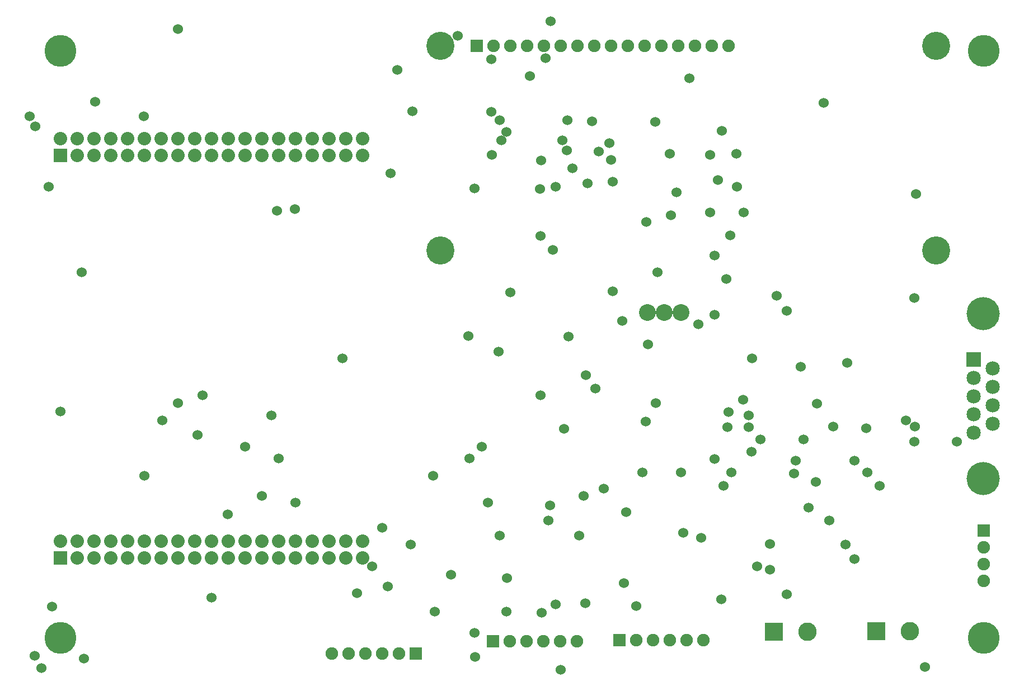
<source format=gbs>
G04*
G04 #@! TF.GenerationSoftware,Altium Limited,Altium Designer,18.1.9 (240)*
G04*
G04 Layer_Color=16711935*
%FSLAX25Y25*%
%MOIN*%
G70*
G01*
G75*
%ADD26R,0.07500X0.07500*%
%ADD27C,0.07500*%
%ADD28R,0.11000X0.11000*%
%ADD29C,0.11000*%
%ADD30R,0.07500X0.07500*%
%ADD31C,0.10000*%
%ADD32C,0.08000*%
%ADD33R,0.08000X0.08000*%
%ADD34C,0.08500*%
%ADD35R,0.08500X0.08500*%
%ADD36C,0.19740*%
%ADD37C,0.06000*%
%ADD38C,0.16748*%
%ADD39C,0.19000*%
D26*
X358000Y23000D02*
D03*
X273000Y377500D02*
D03*
X282500Y22500D02*
D03*
X236500Y15000D02*
D03*
D27*
X368000Y23000D02*
D03*
X378000D02*
D03*
X388000D02*
D03*
X398000D02*
D03*
X408000D02*
D03*
X283000Y377500D02*
D03*
X293000D02*
D03*
X303000D02*
D03*
X313000D02*
D03*
X323000D02*
D03*
X333000D02*
D03*
X343000D02*
D03*
X353000D02*
D03*
X363000D02*
D03*
X373000D02*
D03*
X383000D02*
D03*
X393000D02*
D03*
X403000D02*
D03*
X413000D02*
D03*
X423000D02*
D03*
X575000Y78500D02*
D03*
Y68500D02*
D03*
Y58500D02*
D03*
X332500Y22500D02*
D03*
X322500D02*
D03*
X312500D02*
D03*
X302500D02*
D03*
X292500D02*
D03*
X186500Y15000D02*
D03*
X196500D02*
D03*
X206500D02*
D03*
X216500D02*
D03*
X226500D02*
D03*
D28*
X511000Y28283D02*
D03*
X450000Y28000D02*
D03*
D29*
X531000Y28283D02*
D03*
X470000Y28000D02*
D03*
D30*
X575000Y88500D02*
D03*
D31*
X394500Y218500D02*
D03*
X384500D02*
D03*
X374500D02*
D03*
D32*
X205000Y322000D02*
D03*
Y312000D02*
D03*
X195000Y322000D02*
D03*
Y312000D02*
D03*
X185000Y322000D02*
D03*
Y312000D02*
D03*
X175000Y322000D02*
D03*
Y312000D02*
D03*
X165000Y322000D02*
D03*
Y312000D02*
D03*
X155000Y322000D02*
D03*
Y312000D02*
D03*
X145000Y322000D02*
D03*
Y312000D02*
D03*
X135000Y322000D02*
D03*
Y312000D02*
D03*
X125000Y322000D02*
D03*
Y312000D02*
D03*
X115000Y322000D02*
D03*
Y312000D02*
D03*
X105000Y322000D02*
D03*
Y312000D02*
D03*
X95000Y322000D02*
D03*
Y312000D02*
D03*
X85000Y322000D02*
D03*
Y312000D02*
D03*
X75000Y322000D02*
D03*
Y312000D02*
D03*
X65000Y322000D02*
D03*
Y312000D02*
D03*
X55000Y322000D02*
D03*
Y312000D02*
D03*
X45000Y322000D02*
D03*
Y312000D02*
D03*
X35000Y322000D02*
D03*
Y312000D02*
D03*
X25000Y322000D02*
D03*
X205000Y82000D02*
D03*
Y72000D02*
D03*
X195000Y82000D02*
D03*
Y72000D02*
D03*
X185000Y82000D02*
D03*
Y72000D02*
D03*
X175000Y82000D02*
D03*
Y72000D02*
D03*
X165000Y82000D02*
D03*
Y72000D02*
D03*
X155000Y82000D02*
D03*
Y72000D02*
D03*
X145000Y82000D02*
D03*
Y72000D02*
D03*
X135000Y82000D02*
D03*
Y72000D02*
D03*
X125000Y82000D02*
D03*
Y72000D02*
D03*
X115000Y82000D02*
D03*
Y72000D02*
D03*
X105000Y82000D02*
D03*
Y72000D02*
D03*
X95000Y82000D02*
D03*
Y72000D02*
D03*
X85000Y82000D02*
D03*
Y72000D02*
D03*
X75000Y82000D02*
D03*
Y72000D02*
D03*
X65000Y82000D02*
D03*
Y72000D02*
D03*
X55000Y82000D02*
D03*
Y72000D02*
D03*
X45000Y82000D02*
D03*
Y72000D02*
D03*
X35000Y82000D02*
D03*
Y72000D02*
D03*
X25000Y82000D02*
D03*
D33*
Y312000D02*
D03*
Y72000D02*
D03*
D34*
X569008Y146689D02*
D03*
X580189Y152142D02*
D03*
X569008Y157595D02*
D03*
X580189Y163047D02*
D03*
X569008Y168500D02*
D03*
X580189Y173953D02*
D03*
X569008Y179405D02*
D03*
X580189Y184858D02*
D03*
D35*
X569008Y190311D02*
D03*
D36*
X574598Y217693D02*
D03*
Y119307D02*
D03*
D37*
X498000Y130000D02*
D03*
X483000Y94500D02*
D03*
X368000Y43500D02*
D03*
X435000Y150000D02*
D03*
X248000Y40000D02*
D03*
X247000Y121000D02*
D03*
X75000D02*
D03*
X304543Y359500D02*
D03*
X422421Y150110D02*
D03*
X406500Y84000D02*
D03*
X336500Y109000D02*
D03*
X493500Y188500D02*
D03*
X311500Y39500D02*
D03*
X290740Y40000D02*
D03*
X271500Y27500D02*
D03*
X540000Y7000D02*
D03*
X457500Y50500D02*
D03*
X272000Y13000D02*
D03*
X323000Y5500D02*
D03*
X475500Y164169D02*
D03*
X420000Y115000D02*
D03*
X9500Y13553D02*
D03*
X440135Y67071D02*
D03*
X447642Y65000D02*
D03*
X414500Y131161D02*
D03*
X485450Y150500D02*
D03*
X20000Y43000D02*
D03*
X39000Y12000D02*
D03*
X354000Y296500D02*
D03*
X374000Y272250D02*
D03*
X311000Y264000D02*
D03*
X424000Y264500D02*
D03*
X427500Y313000D02*
D03*
X428000Y293500D02*
D03*
X345559Y314500D02*
D03*
X341500Y332500D02*
D03*
X339000Y295500D02*
D03*
X320000Y293500D02*
D03*
X379449Y332000D02*
D03*
X318177Y255630D02*
D03*
X414500Y252500D02*
D03*
X432000Y278000D02*
D03*
X412000D02*
D03*
X435000Y157000D02*
D03*
X534000Y150500D02*
D03*
X533500Y227000D02*
D03*
X451500Y228500D02*
D03*
X505000Y149500D02*
D03*
X457500Y219339D02*
D03*
X414500Y217000D02*
D03*
X466000Y186000D02*
D03*
X513000Y115000D02*
D03*
X475000Y117500D02*
D03*
X505500Y123000D02*
D03*
X462000Y122500D02*
D03*
X447642Y80500D02*
D03*
X431500Y166500D02*
D03*
X442000Y142555D02*
D03*
X528500Y154000D02*
D03*
X412000Y312500D02*
D03*
X388000Y313000D02*
D03*
X416500Y297500D02*
D03*
X310500Y292000D02*
D03*
X311161Y309161D02*
D03*
X353000Y309500D02*
D03*
X352000Y319500D02*
D03*
X326500Y315000D02*
D03*
X337500Y45000D02*
D03*
X348677Y113323D02*
D03*
X424500Y123000D02*
D03*
X436500Y135500D02*
D03*
X467606Y142555D02*
D03*
X291000Y60000D02*
D03*
X360500Y57000D02*
D03*
X362000Y99500D02*
D03*
X470500Y102000D02*
D03*
X418500Y47500D02*
D03*
X396000Y87000D02*
D03*
X115000Y48500D02*
D03*
X320000Y44500D02*
D03*
X533500Y141500D02*
D03*
X559000D02*
D03*
X210500Y67000D02*
D03*
X279500Y105000D02*
D03*
X165000D02*
D03*
X268500Y131500D02*
D03*
X155000D02*
D03*
X380500Y242500D02*
D03*
X37500D02*
D03*
X392000Y290000D02*
D03*
X534500Y289000D02*
D03*
X437000Y191000D02*
D03*
X193000D02*
D03*
X150500Y157000D02*
D03*
X316500Y103500D02*
D03*
X145000Y109000D02*
D03*
X276000Y138500D02*
D03*
X135000D02*
D03*
X315500Y94500D02*
D03*
X124500Y98000D02*
D03*
X287500Y321000D02*
D03*
X324000D02*
D03*
X327000Y333000D02*
D03*
X286500D02*
D03*
X271500Y292500D02*
D03*
X311000Y169000D02*
D03*
X109500D02*
D03*
X479500Y343500D02*
D03*
X45500Y344000D02*
D03*
X423000Y159000D02*
D03*
X25000Y159500D02*
D03*
X421500Y238500D02*
D03*
X399500Y358000D02*
D03*
X95000Y387500D02*
D03*
X317000Y392000D02*
D03*
X375000Y199500D02*
D03*
X286000Y195000D02*
D03*
X281500Y338000D02*
D03*
X282114Y312500D02*
D03*
X281500Y369500D02*
D03*
X314000Y370000D02*
D03*
X106500Y145500D02*
D03*
X325000Y149000D02*
D03*
X371500Y123000D02*
D03*
X394500D02*
D03*
X354000Y231000D02*
D03*
X292929Y230500D02*
D03*
X154000Y279000D02*
D03*
X164500Y280000D02*
D03*
X388500Y276500D02*
D03*
X330000Y304500D02*
D03*
X327500Y204000D02*
D03*
X268000Y204500D02*
D03*
X221500Y301500D02*
D03*
X225500Y363000D02*
D03*
X257500Y62000D02*
D03*
X261500Y383500D02*
D03*
X359500Y213500D02*
D03*
X405000Y211500D02*
D03*
X290740Y326000D02*
D03*
X419000Y326740D02*
D03*
X338000Y181000D02*
D03*
X343500Y173000D02*
D03*
X492500Y80000D02*
D03*
X463000Y130000D02*
D03*
X498000Y71500D02*
D03*
X95000Y164500D02*
D03*
X379500D02*
D03*
X85500Y154000D02*
D03*
X373500Y153500D02*
D03*
X74500Y335500D02*
D03*
X6500D02*
D03*
X13500Y6500D02*
D03*
X10000Y329500D02*
D03*
X334000Y85500D02*
D03*
X286500D02*
D03*
X234500Y338500D02*
D03*
X233475Y80025D02*
D03*
X216500Y90000D02*
D03*
X220000Y55000D02*
D03*
X201500Y51000D02*
D03*
X18000Y293500D02*
D03*
D38*
X546622Y377500D02*
D03*
Y255453D02*
D03*
X251346D02*
D03*
Y377500D02*
D03*
D39*
X575000Y374500D02*
D03*
Y24500D02*
D03*
X25000Y374500D02*
D03*
Y24500D02*
D03*
M02*

</source>
